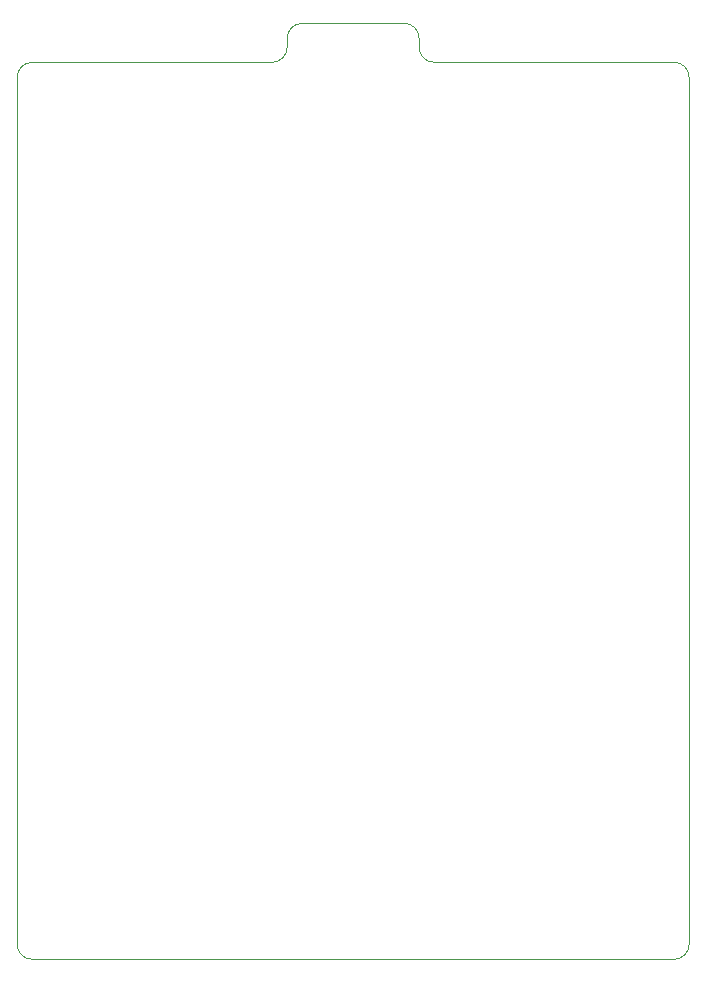
<source format=gbr>
G04 #@! TF.GenerationSoftware,KiCad,Pcbnew,(5.1.9)-1*
G04 #@! TF.CreationDate,2021-03-09T14:09:52+01:00*
G04 #@! TF.ProjectId,OpenMacroPad,4f70656e-4d61-4637-926f-5061642e6b69,rev?*
G04 #@! TF.SameCoordinates,Original*
G04 #@! TF.FileFunction,Profile,NP*
%FSLAX46Y46*%
G04 Gerber Fmt 4.6, Leading zero omitted, Abs format (unit mm)*
G04 Created by KiCad (PCBNEW (5.1.9)-1) date 2021-03-09 14:09:52*
%MOMM*%
%LPD*%
G01*
G04 APERTURE LIST*
G04 #@! TA.AperFunction,Profile*
%ADD10C,0.050000*%
G04 #@! TD*
G04 APERTURE END LIST*
D10*
X149606001Y-145288001D02*
G75*
G02*
X148336000Y-144018000I0J1270001D01*
G01*
X205232001Y-144017999D02*
G75*
G02*
X203962000Y-145288000I-1270001J0D01*
G01*
X203961999Y-69341999D02*
G75*
G02*
X205232000Y-70612000I0J-1270001D01*
G01*
X148336000Y-70612000D02*
G75*
G02*
X149606000Y-69342000I1270000J0D01*
G01*
X203961999Y-69341999D02*
X183642000Y-69342000D01*
X182372000Y-67310000D02*
X182372000Y-68072000D01*
X183642000Y-69342000D02*
G75*
G02*
X182372000Y-68072000I0J1270000D01*
G01*
X181102000Y-66040000D02*
G75*
G02*
X182372000Y-67310000I0J-1270000D01*
G01*
X171196000Y-68072000D02*
X171196000Y-67310000D01*
X171196000Y-68072000D02*
G75*
G02*
X169926000Y-69342000I-1270000J0D01*
G01*
X171196000Y-67310000D02*
G75*
G02*
X172466000Y-66040000I1270000J0D01*
G01*
X172466000Y-66040000D02*
X181102000Y-66040000D01*
X148336000Y-70612000D02*
X148336000Y-144018000D01*
X169926000Y-69342000D02*
X149606000Y-69342000D01*
X205232001Y-144017999D02*
X205232000Y-70612000D01*
X149606001Y-145288001D02*
X203962000Y-145288000D01*
M02*

</source>
